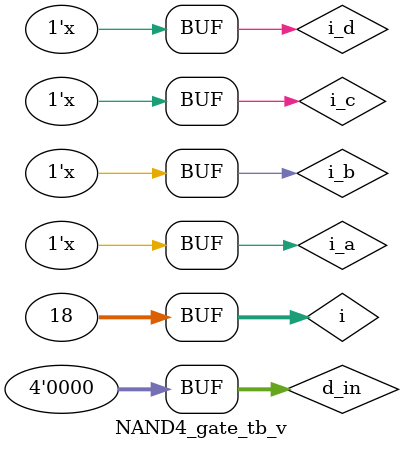
<source format=v>


`timescale 1ms/1ms

module NAND4_gate_tb_v;
  wire o_f;
  reg i_a, i_b, i_c, i_d;
  reg [1:4] d_in = 4'b0000;
  integer i;
  
  // duv options:
  // NAND4_gate_v__equation   duv (.i_a(i_a), .i_b(i_b), .i_c(i_c), .i_d(i_d), .o_f(o_f)); // port map
  NAND4_gate_v__behavior   duv (.i_a(i_a), .i_b(i_b), .i_c(i_c), .i_d(i_d), .o_f(o_f)); // port map
  // NAND4_gate_v__cmpnt_self duv (.i_a(i_a), .i_b(i_b), .i_c(i_c), .i_d(i_d), .o_f(o_f)); // port map
  // NAND4_gate_v__cmpnt_prim duv (.i_a(i_a), .i_b(i_b), .i_c(i_c), .i_d(i_d), .o_f(o_f)); // port map

  //procedure statement
  initial begin
      
      for (i = 0 ; i < 18 ; i = i + 1) begin
        #1000 i_a = d_in[1]; i_b = d_in[2]; i_c = d_in[3]; i_d = d_in[4];
        d_in = d_in + 1;
      end
      
      // #1000 i_a = 0; i_b = 0; i_c = 0; i_d = 0;
    
    end

endmodule

</source>
